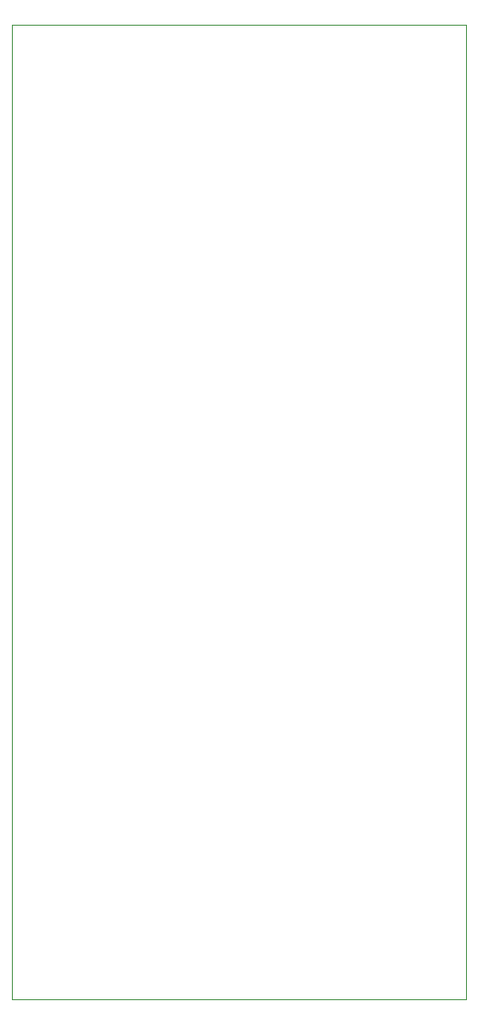
<source format=gbr>
G04 #@! TF.GenerationSoftware,KiCad,Pcbnew,5.1.4-e60b266~84~ubuntu18.04.1*
G04 #@! TF.CreationDate,2019-10-17T23:26:37-03:00*
G04 #@! TF.ProjectId,DCI_TP_Final_GG,4443495f-5450-45f4-9669-6e616c5f4747,Matias Brignone*
G04 #@! TF.SameCoordinates,Original*
G04 #@! TF.FileFunction,Profile,NP*
%FSLAX46Y46*%
G04 Gerber Fmt 4.6, Leading zero omitted, Abs format (unit mm)*
G04 Created by KiCad (PCBNEW 5.1.4-e60b266~84~ubuntu18.04.1) date 2019-10-17 23:26:37*
%MOMM*%
%LPD*%
G04 APERTURE LIST*
%ADD10C,0.050000*%
G04 APERTURE END LIST*
D10*
X106500000Y-50500000D02*
X106500000Y-140500000D01*
X148500000Y-50500000D02*
X106500000Y-50500000D01*
X148500000Y-140500000D02*
X148500000Y-50500000D01*
X106500000Y-140500000D02*
X148500000Y-140500000D01*
M02*

</source>
